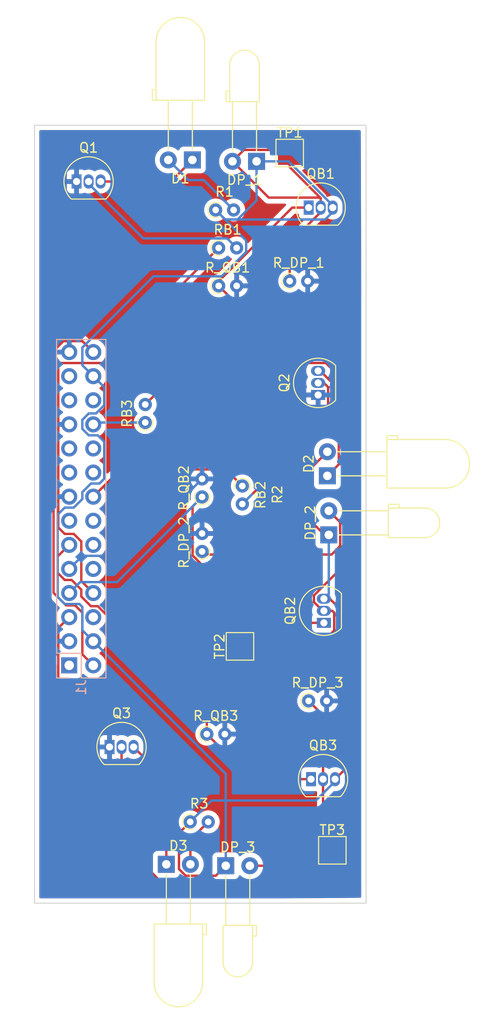
<source format=kicad_pcb>
(kicad_pcb (version 20211014) (generator pcbnew)
  (title_block (title "EEE3088F Micromouse Project") (date "21/03/2024") (rev "v01") (comment 2 "Group: 45") (comment 3 "Author: Thabo Pokothoane"))
  (layers (0 "F.Cu" signal) (31 "B.Cu" signal) (34 "B.Paste" user) (35 "F.Paste" user) (36 "B.SilkS" user "B.Silkscreen") (37 "F.SilkS" user "F.Silkscreen") (38 "B.Mask" user) (39 "F.Mask" user) (44 "Edge.Cuts" user))
  (net 0 "")
  (net 1 "/RESV3")
  (net 2 "+3V3")
  (net 3 "GND")
  (net 4 "/PA3")
  (net 5 "/RESV2")
  (net 6 "/PA4")
  (net 7 "/PE15")
  (net 8 "/PE14")
  (net 9 "/PA5")
  (net 10 "/PE13")
  (net 11 "/PA6")
  (net 12 "/PE12")
  (net 13 "/PE11")
  (net 14 "/PA7")
  (net 15 "/PE10")
  (net 16 "/PC4")
  (net 17 "/PE9")
  (net 18 "/PE8")
  (net 19 "/PC5")
  (net 20 "/RESV1")
  (net 21 "/AB0")
  (net 22 "/BATT")
  (net 23 "Net-(Q1-Pad2)")
  (net 24 "Net-(D2-Pad1)")
  (net 25 "Net-(D1-Pad1)")
  (net 26 "Net-(D1-Pad2)")
  (net 27 "Net-(D3-Pad1)")
  (net 28 "Net-(D3-Pad2)")
  (net 29 "Net-(Q3-Pad2)")
  (net 30 "/VO1")
  (net 31 "/VO2")
  (net 32 "/VO3")
  (net 33 "Net-(D2-Pad2)")
  (net 34 "Net-(Q2-Pad2)")
  (footprint "Resistor_SMD:R_0201_0603Metric" (layer "F.Cu") (at 72.37 113.32 90)
    (fp_text reference "R2" (at 0 -1.05 90) (layer "F.SilkS"))
    (fp_text value "48")
    (pad "1" smd roundrect (at -0.32 0 90) (size 0.46 0.4) (layers "F.Cu" "F.Mask") (net 22 "/BATT"))
    (pad "2" smd roundrect (at 0.32 0 90) (size 0.46 0.4) (layers "F.Cu" "F.Mask") (net 33 "Net-(D2-Pad2)"))
  )
  (footprint "Resistor_THT:R_Axial_DIN0204_L3.6mm_D1.6mm_P1.90mm_Vertical" (layer "F.Cu") (at 67.62 112.415 -90)
    (fp_text reference "RB2" (at 0.95 -1.92 -90) (layer "F.SilkS"))
    (fp_text value "5200")
    (fp_arc (start 0.320095 0.749359) (mid -0.813042 -0.054435) (end 0.417133 -0.7) (layer "F.SilkS") (width 0.12))
    (pad "1" thru_hole circle (at 0 0 270) (size 1.4 1.4) (drill 0.7) (layers *.Cu *.Mask) (net 13 "/PE11"))
    (pad "2" thru_hole oval (at 1.9 0 270) (size 1.4 1.4) (drill 0.7) (layers *.Cu *.Mask) (net 34 "Net-(Q2-Pad2)"))
  )
  (footprint "LED_THT:LED_D5.0mm_Horizontal_O6.35mm_Z3.0mm" (layer "F.Cu") (at 59.595 152.295)
    (fp_text reference "D3" (at 1.27 -1.96) (layer "F.SilkS"))
    (fp_text value "IR LED")
    (fp_line (start 0 1.08) (end 0 6.29) (layer "F.SilkS") (width 0.12))
    (fp_line (start 3.83 6.29) (end 3.83 12.45) (layer "F.SilkS") (width 0.12))
    (fp_line (start 2.54 6.29) (end 2.54 6.29) (layer "F.SilkS") (width 0.12))
    (fp_line (start 3.83 6.29) (end 4.23 6.29) (layer "F.SilkS") (width 0.12))
    (fp_line (start 2.54 1.08) (end 2.54 1.08) (layer "F.SilkS") (width 0.12))
    (fp_line (start 4.23 6.29) (end 4.23 7.41) (layer "F.SilkS") (width 0.12))
    (fp_line (start 4.23 7.41) (end 3.83 7.41) (layer "F.SilkS") (width 0.12))
    (fp_line (start 2.54 1.08) (end 2.54 6.29) (layer "F.SilkS") (width 0.12))
    (fp_line (start -1.29 6.29) (end -1.29 12.45) (layer "F.SilkS") (width 0.12))
    (fp_line (start -1.29 6.29) (end 3.83 6.29) (layer "F.SilkS") (width 0.12))
    (fp_line (start 3.83 7.41) (end 3.83 6.29) (layer "F.SilkS") (width 0.12))
    (fp_line (start 0 6.29) (end 0 1.08) (layer "F.SilkS") (width 0.12))
    (fp_line (start 0 1.08) (end 0 1.08) (layer "F.SilkS") (width 0.12))
    (fp_line (start 0 6.29) (end 0 6.29) (layer "F.SilkS") (width 0.12))
    (fp_line (start 2.54 6.29) (end 2.54 1.08) (layer "F.SilkS") (width 0.12))
    (fp_arc (start 3.83 12.45) (mid 1.27 15.01) (end -1.29 12.45) (layer "F.SilkS") (width 0.12))
    (pad "1" thru_hole rect (at 0 0) (size 1.8 1.8) (drill 0.9) (layers *.Cu *.Mask) (net 27 "Net-(D3-Pad1)"))
    (pad "2" thru_hole circle (at 2.54 0) (size 1.8 1.8) (drill 0.9) (layers *.Cu *.Mask) (net 28 "Net-(D3-Pad2)"))
  )
  (footprint "LED_THT:LED_D3.0mm_Horizontal_O6.35mm_Z2.0mm" (layer "F.Cu") (at 69.12 78.195 180)
    (fp_text reference "DP_1" (at 1.27 -1.96) (layer "F.SilkS"))
    (fp_text value "Photodiode")
    (fp_line (start 2.54 6.29) (end 2.54 1.08) (layer "F.SilkS") (width 0.12))
    (fp_line (start 2.54 1.08) (end 2.54 6.29) (layer "F.SilkS") (width 0.12))
    (fp_line (start 0 1.08) (end 0 1.08) (layer "F.SilkS") (width 0.12))
    (fp_line (start 2.83 7.41) (end 2.83 6.29) (layer "F.SilkS") (width 0.12))
    (fp_line (start 0 6.29) (end 0 6.29) (layer "F.SilkS") (width 0.12))
    (fp_line (start 3.23 6.29) (end 3.23 7.41) (layer "F.SilkS") (width 0.12))
    (fp_line (start 2.54 6.29) (end 2.54 6.29) (layer "F.SilkS") (width 0.12))
    (fp_line (start 2.83 6.29) (end 3.23 6.29) (layer "F.SilkS") (width 0.12))
    (fp_line (start 0 6.29) (end 0 1.08) (layer "F.SilkS") (width 0.12))
    (fp_line (start 3.23 7.41) (end 2.83 7.41) (layer "F.SilkS") (width 0.12))
    (fp_line (start -0.29 6.29) (end -0.29 10.15) (layer "F.SilkS") (width 0.12))
    (fp_line (start 0 1.08) (end 0 6.29) (layer "F.SilkS") (width 0.12))
    (fp_line (start -0.29 6.29) (end 2.83 6.29) (layer "F.SilkS") (width 0.12))
    (fp_line (start 2.54 1.08) (end 2.54 1.08) (layer "F.SilkS") (width 0.12))
    (fp_line (start 2.83 6.29) (end 2.83 10.15) (layer "F.SilkS") (width 0.12))
    (fp_arc (start 2.83 10.15) (mid 1.27 11.71) (end -0.29 10.15) (layer "F.SilkS") (width 0.12))
    (pad "1" thru_hole rect (at 0 0 180) (size 1.8 1.8) (drill 0.9) (layers *.Cu *.Mask) (net 22 "/BATT"))
    (pad "2" thru_hole circle (at 2.54 0 180) (size 1.8 1.8) (drill 0.9) (layers *.Cu *.Mask) (net 30 "/VO1"))
  )
  (footprint "LED_THT:LED_D3.0mm_Horizontal_O6.35mm_Z2.0mm" (layer "F.Cu") (at 65.87 152.445)
    (fp_text reference "DP_3" (at 1.27 -1.96) (layer "F.SilkS"))
    (fp_text value "Photodiode")
    (fp_line (start 0 6.29) (end 0 1.08) (layer "F.SilkS") (width 0.12))
    (fp_line (start -0.29 6.29) (end -0.29 10.15) (layer "F.SilkS") (width 0.12))
    (fp_line (start 2.83 6.29) (end 3.23 6.29) (layer "F.SilkS") (width 0.12))
    (fp_line (start 2.54 1.08) (end 2.54 6.29) (layer "F.SilkS") (width 0.12))
    (fp_line (start 2.83 7.41) (end 2.83 6.29) (layer "F.SilkS") (width 0.12))
    (fp_line (start 3.23 6.29) (end 3.23 7.41) (layer "F.SilkS") (width 0.12))
    (fp_line (start 2.54 1.08) (end 2.54 1.08) (layer "F.SilkS") (width 0.12))
    (fp_line (start 2.54 6.29) (end 2.54 1.08) (layer "F.SilkS") (width 0.12))
    (fp_line (start 2.83 6.29) (end 2.83 10.15) (layer "F.SilkS") (width 0.12))
    (fp_line (start 0 1.08) (end 0 6.29) (layer "F.SilkS") (width 0.12))
    (fp_line (start 0 1.08) (end 0 1.08) (layer "F.SilkS") (width 0.12))
    (fp_line (start -0.29 6.29) (end 2.83 6.29) (layer "F.SilkS") (width 0.12))
    (fp_line (start 3.23 7.41) (end 2.83 7.41) (layer "F.SilkS") (width 0.12))
    (fp_line (start 0 6.29) (end 0 6.29) (layer "F.SilkS") (width 0.12))
    (fp_line (start 2.54 6.29) (end 2.54 6.29) (layer "F.SilkS") (width 0.12))
    (fp_arc (start 2.83 10.15) (mid 1.27 11.71) (end -0.29 10.15) (layer "F.SilkS") (width 0.12))
    (pad "1" thru_hole rect (at 0 0) (size 1.8 1.8) (drill 0.9) (layers *.Cu *.Mask) (net 22 "/BATT"))
    (pad "2" thru_hole circle (at 2.54 0) (size 1.8 1.8) (drill 0.9) (layers *.Cu *.Mask) (net 32 "/VO3"))
  )
  (footprint "Package_TO_SOT_THT:TO-92_Inline" (layer "F.Cu") (at 74.62 83.07)
    (fp_text reference "QB1" (at 1.27 -3.56) (layer "F.SilkS"))
    (fp_text value "2N3904")
    (fp_line (start -0.53 1.85) (end 3.07 1.85) (layer "F.SilkS") (width 0.12))
    (fp_arc (start 1.27 -2.6) (mid 3.672087 -0.994977) (end 3.108478 1.838478) (layer "F.SilkS") (width 0.12))
    (fp_arc (start -0.568478 1.838478) (mid -1.132087 -0.994977) (end 1.27 -2.6) (layer "F.SilkS") (width 0.12))
    (pad "1" thru_hole rect (at 0 0) (size 1.05 1.5) (drill 0.75) (layers *.Cu *.Mask) (net 4 "/PA3"))
    (pad "2" thru_hole oval (at 1.27 0) (size 1.05 1.5) (drill 0.75) (layers *.Cu *.Mask) (net 30 "/VO1"))
    (pad "3" thru_hole oval (at 2.54 0) (size 1.05 1.5) (drill 0.75) (layers *.Cu *.Mask) (net 22 "/BATT"))
  )
  (footprint "Resistor_THT:R_Axial_DIN0204_L3.6mm_D1.6mm_P1.90mm_Vertical" (layer "F.Cu") (at 63.37 113.57 90)
    (fp_text reference "R_QB2" (at 0.95 -1.92 90) (layer "F.SilkS"))
    (fp_text value "10k")
    (fp_arc (start 0.320095 0.749359) (mid -0.813042 -0.054435) (end 0.417133 -0.7) (layer "F.SilkS") (width 0.12))
    (pad "1" thru_hole circle (at 0 0 90) (size 1.4 1.4) (drill 0.7) (layers *.Cu *.Mask) (net 6 "/PA4"))
    (pad "2" thru_hole oval (at 1.9 0 90) (size 1.4 1.4) (drill 0.7) (layers *.Cu *.Mask) (net 3 "GND"))
  )
  (footprint "LED_THT:LED_D3.0mm_Horizontal_O6.35mm_Z2.0mm" (layer "F.Cu") (at 76.745 117.57 90)
    (fp_text reference "DP_2" (at 1.27 -1.96 90) (layer "F.SilkS"))
    (fp_text value "Photodiode")
    (fp_line (start 2.54 6.29) (end 2.54 6.29) (layer "F.SilkS") (width 0.12))
    (fp_line (start 2.54 6.29) (end 2.54 1.08) (layer "F.SilkS") (width 0.12))
    (fp_line (start 0 6.29) (end 0 6.29) (layer "F.SilkS") (width 0.12))
    (fp_line (start 2.83 6.29) (end 3.23 6.29) (layer "F.SilkS") (width 0.12))
    (fp_line (start 3.23 7.41) (end 2.83 7.41) (layer "F.SilkS") (width 0.12))
    (fp_line (start 0 1.08) (end 0 6.29) (layer "F.SilkS") (width 0.12))
    (fp_line (start 2.83 7.41) (end 2.83 6.29) (layer "F.SilkS") (width 0.12))
    (fp_line (start 2.54 1.08) (end 2.54 1.08) (layer "F.SilkS") (width 0.12))
    (fp_line (start 3.23 6.29) (end 3.23 7.41) (layer "F.SilkS") (width 0.12))
    (fp_line (start -0.29 6.29) (end -0.29 10.15) (layer "F.SilkS") (width 0.12))
    (fp_line (start -0.29 6.29) (end 2.83 6.29) (layer "F.SilkS") (width 0.12))
    (fp_line (start 0 1.08) (end 0 1.08) (layer "F.SilkS") (width 0.12))
    (fp_line (start 2.83 6.29) (end 2.83 10.15) (layer "F.SilkS") (width 0.12))
    (fp_line (start 2.54 1.08) (end 2.54 6.29) (layer "F.SilkS") (width 0.12))
    (fp_line (start 0 6.29) (end 0 1.08) (layer "F.SilkS") (width 0.12))
    (fp_arc (start 2.83 10.15) (mid 1.27 11.71) (end -0.29 10.15) (layer "F.SilkS") (width 0.12))
    (pad "1" thru_hole rect (at 0 0 90) (size 1.8 1.8) (drill 0.9) (layers *.Cu *.Mask) (net 22 "/BATT"))
    (pad "2" thru_hole circle (at 2.54 0 90) (size 1.8 1.8) (drill 0.9) (layers *.Cu *.Mask) (net 31 "/VO2"))
  )
  (footprint "Resistor_THT:R_Axial_DIN0204_L3.6mm_D1.6mm_P1.90mm_Vertical" (layer "F.Cu") (at 65.12 87.32)
    (fp_text reference "RB1" (at 0.95 -1.92) (layer "F.SilkS"))
    (fp_text value "5200")
    (fp_arc (start 0.320095 0.749359) (mid -0.813042 -0.054435) (end 0.417133 -0.7) (layer "F.SilkS") (width 0.12))
    (pad "1" thru_hole circle (at 0 0) (size 1.4 1.4) (drill 0.7) (layers *.Cu *.Mask) (net 7 "/PE15"))
    (pad "2" thru_hole oval (at 1.9 0) (size 1.4 1.4) (drill 0.7) (layers *.Cu *.Mask) (net 23 "Net-(Q1-Pad2)"))
  )
  (footprint "TestPoint:TestPoint_Pad_2.5x2.5mm" (layer "F.Cu") (at 77.12 150.82)
    (fp_text reference "TP3" (at 0 -2.148) (layer "F.SilkS"))
    (fp_text value "Test3")
    (fp_line (start 1.45 1.45) (end -1.45 1.45) (layer "F.SilkS") (width 0.12))
    (fp_line (start 1.45 -1.45) (end 1.45 1.45) (layer "F.SilkS") (width 0.12))
    (fp_line (start -1.45 -1.45) (end 1.45 -1.45) (layer "F.SilkS") (width 0.12))
    (fp_line (start -1.45 1.45) (end -1.45 -1.45) (layer "F.SilkS") (width 0.12))
    (pad "1" smd rect (at 0 0) (size 2.5 2.5) (layers "F.Cu" "F.Mask") (net 32 "/VO3"))
  )
  (footprint "Package_TO_SOT_THT:TO-92_Inline" (layer "F.Cu") (at 74.87 143.32)
    (fp_text reference "QB3" (at 1.27 -3.56) (layer "F.SilkS"))
    (fp_text value "2N3904")
    (fp_line (start -0.53 1.85) (end 3.07 1.85) (layer "F.SilkS") (width 0.12))
    (fp_arc (start -0.568478 1.838478) (mid -1.132087 -0.994977) (end 1.27 -2.6) (layer "F.SilkS") (width 0.12))
    (fp_arc (start 1.27 -2.6) (mid 3.672087 -0.994977) (end 3.108478 1.838478) (layer "F.SilkS") (width 0.12))
    (pad "1" thru_hole rect (at 0 0) (size 1.05 1.5) (drill 0.75) (layers *.Cu *.Mask) (net 9 "/PA5"))
    (pad "2" thru_hole oval (at 1.27 0) (size 1.05 1.5) (drill 0.75) (layers *.Cu *.Mask) (net 32 "/VO3"))
    (pad "3" thru_hole oval (at 2.54 0) (size 1.05 1.5) (drill 0.75) (layers *.Cu *.Mask) (net 22 "/BATT"))
  )
  (footprint "Package_TO_SOT_THT:TO-92_Inline" (layer "F.Cu") (at 76.23 126.84 90)
    (fp_text reference "QB2" (at 1.27 -3.56 90) (layer "F.SilkS"))
    (fp_text value "2N3904")
    (fp_line (start -0.53 1.85) (end 3.07 1.85) (layer "F.SilkS") (width 0.12))
    (fp_arc (start -0.568478 1.838478) (mid -1.132087 -0.994977) (end 1.27 -2.6) (layer "F.SilkS") (width 0.12))
    (fp_arc (start 1.27 -2.6) (mid 3.672087 -0.994977) (end 3.108478 1.838478) (layer "F.SilkS") (width 0.12))
    (pad "1" thru_hole rect (at 0 0 90) (size 1.05 1.5) (drill 0.75) (layers *.Cu *.Mask) (net 6 "/PA4"))
    (pad "2" thru_hole oval (at 1.27 0 90) (size 1.05 1.5) (drill 0.75) (layers *.Cu *.Mask) (net 31 "/VO2"))
    (pad "3" thru_hole oval (at 2.54 0 90) (size 1.05 1.5) (drill 0.75) (layers *.Cu *.Mask) (net 22 "/BATT"))
  )
  (footprint "Resistor_THT:R_Axial_DIN0204_L3.6mm_D1.6mm_P1.90mm_Vertical" (layer "F.Cu") (at 65.12 91.32)
    (fp_text reference "R_QB1" (at 0.95 -1.92) (layer "F.SilkS"))
    (fp_text value "10k")
    (fp_arc (start 0.320095 0.749359) (mid -0.813042 -0.054435) (end 0.417133 -0.7) (layer "F.SilkS") (width 0.12))
    (pad "1" thru_hole circle (at 0 0) (size 1.4 1.4) (drill 0.7) (layers *.Cu *.Mask) (net 4 "/PA3"))
    (pad "2" thru_hole oval (at 1.9 0) (size 1.4 1.4) (drill 0.7) (layers *.Cu *.Mask) (net 3 "GND"))
  )
  (footprint "Resistor_THT:R_Axial_DIN0204_L3.6mm_D1.6mm_P1.90mm_Vertical" (layer "F.Cu") (at 57.37 105.725 90)
    (fp_text reference "RB3" (at 0.95 -1.92 90) (layer "F.SilkS"))
    (fp_text value "5200")
    (fp_arc (start 0.320095 0.749359) (mid -0.813042 -0.054435) (end 0.417133 -0.7) (layer "F.SilkS") (width 0.12))
    (pad "1" thru_hole circle (at 0 0 90) (size 1.4 1.4) (drill 0.7) (layers *.Cu *.Mask) (net 18 "/PE8"))
    (pad "2" thru_hole oval (at 1.9 0 90) (size 1.4 1.4) (drill 0.7) (layers *.Cu *.Mask) (net 29 "Net-(Q3-Pad2)"))
  )
  (footprint "Package_TO_SOT_THT:TO-92_Inline" (layer "F.Cu") (at 53.6 139.93)
    (fp_text reference "Q3" (at 1.27 -3.56) (layer "F.SilkS"))
    (fp_text value "2N3904")
    (fp_line (start -0.53 1.85) (end 3.07 1.85) (layer "F.SilkS") (width 0.12))
    (fp_arc (start -0.568478 1.838478) (mid -1.132087 -0.994977) (end 1.27 -2.6) (layer "F.SilkS") (width 0.12))
    (fp_arc (start 1.27 -2.6) (mid 3.672087 -0.994977) (end 3.108478 1.838478) (layer "F.SilkS") (width 0.12))
    (pad "1" thru_hole rect (at 0 0) (size 1.05 1.5) (drill 0.75) (layers *.Cu *.Mask) (net 3 "GND"))
    (pad "2" thru_hole oval (at 1.27 0) (size 1.05 1.5) (drill 0.75) (layers *.Cu *.Mask) (net 29 "Net-(Q3-Pad2)"))
    (pad "3" thru_hole oval (at 2.54 0) (size 1.05 1.5) (drill 0.75) (layers *.Cu *.Mask) (net 27 "Net-(D3-Pad1)"))
  )
  (footprint "Resistor_THT:R_Axial_DIN0204_L3.6mm_D1.6mm_P1.90mm_Vertical" (layer "F.Cu") (at 62.12 147.82)
    (fp_text reference "R3" (at 0.95 -1.92) (layer "F.SilkS"))
    (fp_text value "48")
    (fp_arc (start 0.320095 0.749359) (mid -0.813042 -0.054435) (end 0.417133 -0.7) (layer "F.SilkS") (width 0.12))
    (pad "1" thru_hole circle (at 0 0) (size 1.4 1.4) (drill 0.7) (layers *.Cu *.Mask) (net 22 "/BATT"))
    (pad "2" thru_hole oval (at 1.9 0) (size 1.4 1.4) (drill 0.7) (layers *.Cu *.Mask) (net 28 "Net-(D3-Pad2)"))
  )
  (footprint "Resistor_THT:R_Axial_DIN0204_L3.6mm_D1.6mm_P1.90mm_Vertical" (layer "F.Cu") (at 63.87 138.57)
    (fp_text reference "R_QB3" (at 0.95 -1.92) (layer "F.SilkS"))
    (fp_text value "10k")
    (fp_arc (start 0.320095 0.749359) (mid -0.813042 -0.054435) (end 0.417133 -0.7) (layer "F.SilkS") (width 0.12))
    (pad "1" thru_hole circle (at 0 0) (size 1.4 1.4) (drill 0.7) (layers *.Cu *.Mask) (net 9 "/PA5"))
    (pad "2" thru_hole oval (at 1.9 0) (size 1.4 1.4) (drill 0.7) (layers *.Cu *.Mask) (net 3 "GND"))
  )
  (footprint "Resistor_THT:R_Axial_DIN0204_L3.6mm_D1.6mm_P1.90mm_Vertical" (layer "F.Cu") (at 63.37 119.32 90)
    (fp_text reference "R_DP_2" (at 0.95 -1.92 90) (layer "F.SilkS"))
    (fp_text value "1.3M")
    (fp_arc (start 0.320095 0.749359) (mid -0.813042 -0.054435) (end 0.417133 -0.7) (layer "F.SilkS") (width 0.12))
    (pad "1" thru_hole circle (at 0 0 90) (size 1.4 1.4) (drill 0.7) (layers *.Cu *.Mask) (net 31 "/VO2"))
    (pad "2" thru_hole oval (at 1.9 0 90) (size 1.4 1.4) (drill 0.7) (layers *.Cu *.Mask) (net 3 "GND"))
  )
  (footprint "Resistor_THT:R_Axial_DIN0204_L3.6mm_D1.6mm_P1.90mm_Vertical" (layer "F.Cu") (at 64.8 83.32)
    (fp_text reference "R1" (at 0.95 -1.92) (layer "F.SilkS"))
    (fp_text value "48")
    (fp_arc (start 0.320095 0.749359) (mid -0.813042 -0.054435) (end 0.417133 -0.7) (layer "F.SilkS") (width 0.12))
    (pad "1" thru_hole circle (at 0 0) (size 1.4 1.4) (drill 0.7) (layers *.Cu *.Mask) (net 22 "/BATT"))
    (pad "2" thru_hole oval (at 1.9 0) (size 1.4 1.4) (drill 0.7) (layers *.Cu *.Mask) (net 26 "Net-(D1-Pad2)"))
  )
  (footprint "Package_TO_SOT_THT:TO-92_Inline" (layer "F.Cu") (at 50.12 80.32)
    (fp_text reference "Q1" (at 1.27 -3.56) (layer "F.SilkS"))
    (fp_text value "2N3904")
    (fp_line (start -0.53 1.85) (end 3.07 1.85) (layer "F.SilkS") (width 0.12))
    (fp_arc (start -0.568478 1.838478) (mid -1.132087 -0.994977) (end 1.27 -2.6) (layer "F.SilkS") (width 0.12))
    (fp_arc (start 1.27 -2.6) (mid 3.672087 -0.994977) (end 3.108478 1.838478) (layer "F.SilkS") (width 0.12))
    (pad "1" thru_hole rect (at 0 0) (size 1.05 1.5) (drill 0.75) (layers *.Cu *.Mask) (net 3 "GND"))
    (pad "2" thru_hole oval (at 1.27 0) (size 1.05 1.5) (drill 0.75) (layers *.Cu *.Mask) (net 23 "Net-(Q1-Pad2)"))
    (pad "3" thru_hole oval (at 2.54 0) (size 1.05 1.5) (drill 0.75) (layers *.Cu *.Mask) (net 25 "Net-(D1-Pad1)"))
  )
  (footprint "Package_TO_SOT_THT:TO-92_Inline" (layer "F.Cu") (at 75.62 102.82 90)
    (fp_text reference "Q2" (at 1.27 -3.56 90) (layer "F.SilkS"))
    (fp_text value "2N3904")
    (fp_line (start -0.53 1.85) (end 3.07 1.85) (layer "F.SilkS") (width 0.12))
    (fp_arc (start 1.27 -2.6) (mid 3.672087 -0.994977) (end 3.108478 1.838478) (layer "F.SilkS") (width 0.12))
    (fp_arc (start -0.568478 1.838478) (mid -1.132087 -0.994977) (end 1.27 -2.6) (layer "F.SilkS") (width 0.12))
    (pad "1" thru_hole rect (at 0 0 90) (size 1.05 1.5) (drill 0.75) (layers *.Cu *.Mask) (net 3 "GND"))
    (pad "2" thru_hole oval (at 1.27 0 90) (size 1.05 1.5) (drill 0.75) (layers *.Cu *.Mask) (net 34 "Net-(Q2-Pad2)"))
    (pad "3" thru_hole oval (at 2.54 0 90) (size 1.05 1.5) (drill 0.75) (layers *.Cu *.Mask) (net 24 "Net-(D2-Pad1)"))
  )
  (footprint "Resistor_THT:R_Axial_DIN0204_L3.6mm_D1.6mm_P1.90mm_Vertical" (layer "F.Cu") (at 72.62 90.82)
    (fp_text reference "R_DP_1" (at 0.95 -1.92) (layer "F.SilkS"))
    (fp_text value "1.3M")
    (fp_arc (start 0.320095 0.749359) (mid -0.813042 -0.054435) (end 0.417133 -0.7) (layer "F.SilkS") (width 0.12))
    (pad "1" thru_hole circle (at 0 0) (size 1.4 1.4) (drill 0.7) (layers *.Cu *.Mask) (net 30 "/VO1"))
    (pad "2" thru_hole oval (at 1.9 0) (size 1.4 1.4) (drill 0.7) (layers *.Cu *.Mask) (net 3 "GND"))
  )
  (footprint "LED_THT:LED_D5.0mm_Horizontal_O6.35mm_Z3.0mm" (layer "F.Cu") (at 76.595 111.345 90)
    (fp_text reference "D2" (at 1.27 -1.96 90) (layer "F.SilkS"))
    (fp_text value "IR LED")
    (fp_line (start 4.23 6.29) (end 4.23 7.41) (layer "F.SilkS") (width 0.12))
    (fp_line (start -1.29 6.29) (end -1.29 12.45) (layer "F.SilkS") (width 0.12))
    (fp_line (start 2.54 1.08) (end 2.54 1.08) (layer "F.SilkS") (width 0.12))
    (fp_line (start 2.54 1.08) (end 2.54 6.29) (layer "F.SilkS") (width 0.12))
    (fp_line (start 3.83 6.29) (end 3.83 12.45) (layer "F.SilkS") (width 0.12))
    (fp_line (start 3.83 7.41) (end 3.83 6.29) (layer "F.SilkS") (width 0.12))
    (fp_line (start -1.29 6.29) (end 3.83 6.29) (layer "F.SilkS") (width 0.12))
    (fp_line (start 2.54 6.29) (end 2.54 6.29) (layer "F.SilkS") (width 0.12))
    (fp_line (start 0 1.08) (end 0 6.29) (layer "F.SilkS") (width 0.12))
    (fp_line (start 0 1.08) (end 0 1.08) (layer "F.SilkS") (width 0.12))
    (fp_line (start 3.83 6.29) (end 4.23 6.29) (layer "F.SilkS") (width 0.12))
    (fp_line (start 0 6.29) (end 0 6.29) (layer "F.SilkS") (width 0.12))
    (fp_line (start 0 6.29) (end 0 1.08) (layer "F.SilkS") (width 0.12))
    (fp_line (start 2.54 6.29) (end 2.54 1.08) (layer "F.SilkS") (width 0.12))
    (fp_line (start 4.23 7.41) (end 3.83 7.41) (layer "F.SilkS") (width 0.12))
    (fp_arc (start 3.83 12.45) (mid 1.27 15.01) (end -1.29 12.45) (layer "F.SilkS") (width 0.12))
    (pad "1" thru_hole rect (at 0 0 90) (size 1.8 1.8) (drill 0.9) (layers *.Cu *.Mask) (net 24 "Net-(D2-Pad1)"))
    (pad "2" thru_hole circle (at 2.54 0 90) (size 1.8 1.8) (drill 0.9) (layers *.Cu *.Mask) (net 33 "Net-(D2-Pad2)"))
  )
  (footprint "Resistor_THT:R_Axial_DIN0204_L3.6mm_D1.6mm_P1.90mm_Vertical" (layer "F.Cu") (at 74.62 135.07)
    (fp_text reference "R_DP_3" (at 0.95 -1.92) (layer "F.SilkS"))
    (fp_text value "1.3M")
    (fp_arc (start 0.320095 0.749359) (mid -0.813042 -0.054435) (end 0.417133 -0.7) (layer "F.SilkS") (width 0.12))
    (pad "1" thru_hole circle (at 0 0) (size 1.4 1.4) (drill 0.7) (layers *.Cu *.Mask) (net 32 "/VO3"))
    (pad "2" thru_hole oval (at 1.9 0) (size 1.4 1.4) (drill 0.7) (layers *.Cu *.Mask) (net 3 "GND"))
  )
  (footprint "TestPoint:TestPoint_Pad_2.5x2.5mm" (layer "F.Cu") (at 67.37 129.32 90)
    (fp_text reference "TP2" (at 0 -2.148 90) (layer "F.SilkS"))
    (fp_text value "TestPoint")
    (fp_line (start 1.45 -1.45) (end 1.45 1.45) (layer "F.SilkS") (width 0.12))
    (fp_line (start -1.45 -1.45) (end 1.45 -1.45) (layer "F.SilkS") (width 0.12))
    (fp_line (start 1.45 1.45) (end -1.45 1.45) (layer "F.SilkS") (width 0.12))
    (fp_line (start -1.45 1.45) (end -1.45 -1.45) (layer "F.SilkS") (width 0.12))
    (pad "1" smd rect (at 0 0 90) (size 2.5 2.5) (layers "F.Cu" "F.Mask") (net 31 "/VO2"))
  )
  (footprint "LED_THT:LED_D5.0mm_Horizontal_O6.35mm_Z3.0mm" (layer "F.Cu") (at 62.345 78.045 180)
    (fp_text reference "D1" (at 1.27 -1.96) (layer "F.SilkS"))
    (fp_text value "IR LED")
    (fp_line (start -1.29 6.29) (end -1.29 12.45) (layer "F.SilkS") (width 0.12))
    (fp_line (start 0 6.29) (end 0 1.08) (layer "F.SilkS") (width 0.12))
    (fp_line (start 2.54 1.08) (end 2.54 6.29) (layer "F.SilkS") (width 0.12))
    (fp_line (start 2.54 6.29) (end 2.54 1.08) (layer "F.SilkS") (width 0.12))
    (fp_line (start 0 1.08) (end 0 1.08) (layer "F.SilkS") (width 0.12))
    (fp_line (start 3.83 6.29) (end 4.23 6.29) (layer "F.SilkS") (width 0.12))
    (fp_line (start 4.23 7.41) (end 3.83 7.41) (layer "F.SilkS") (width 0.12))
    (fp_line (start 2.54 1.08) (end 2.54 1.08) (layer "F.SilkS") (width 0.12))
    (fp_line (start 3.83 6.29) (end 3.83 12.45) (layer "F.SilkS") (width 0.12))
    (fp_line (start 0 1.08) (end 0 6.29) (layer "F.SilkS") (width 0.12))
    (fp_line (start 3.83 7.41) (end 3.83 6.29) (layer "F.SilkS") (width 0.12))
    (fp_line (start 4.23 6.29) (end 4.23 7.41) (layer "F.SilkS") (width 0.12))
    (fp_line (start 2.54 6.29) (end 2.54 6.29) (layer "F.SilkS") (width 0.12))
    (fp_line (start -1.29 6.29) (end 3.83 6.29) (layer "F.SilkS") (width 0.12))
    (fp_line (start 0 6.29) (end 0 6.29) (layer "F.SilkS") (width 0.12))
    (fp_arc (start 3.83 12.45) (mid 1.27 15.01) (end -1.29 12.45) (layer "F.SilkS") (width 0.12))
    (pad "1" thru_hole rect (at 0 0 180) (size 1.8 1.8) (drill 0.9) (layers *.Cu *.Mask) (net 25 "Net-(D1-Pad1)"))
    (pad "2" thru_hole circle (at 2.54 0 180) (size 1.8 1.8) (drill 0.9) (layers *.Cu *.Mask) (net 26 "Net-(D1-Pad2)"))
  )
  (footprint "TestPoint:TestPoint_Pad_2.5x2.5mm" (layer "F.Cu") (at 72.62 77.32)
    (fp_text reference "TP1" (at 0 -2.148) (layer "F.SilkS"))
    (fp_text value "TestPoint")
    (fp_line (start 1.45 -1.45) (end 1.45 1.45) (layer "F.SilkS") (width 0.12))
    (fp_line (start 1.45 1.45) (end -1.45 1.45) (layer "F.SilkS") (width 0.12))
    (fp_line (start -1.45 -1.45) (end 1.45 -1.45) (layer "F.SilkS") (width 0.12))
    (fp_line (start -1.45 1.45) (end -1.45 -1.45) (layer "F.SilkS") (width 0.12))
    (pad "1" smd rect (at 0 0) (size 2.5 2.5) (layers "F.Cu" "F.Mask") (net 30 "/VO1"))
  )
  (footprint "Connector_PinHeader_2.54mm:PinHeader_2x14_P2.54mm_Vertical" (layer "B.Cu") (at 49.345 131.32)
    (fp_text reference "J1" (at 1.27 2.33 90) (layer "B.SilkS") (effects (justify mirror)))
    (fp_text value "Conn_02x14_Odd_Even")
    (fp_line (start -1.33 -34.35) (end 3.87 -34.35) (layer "B.SilkS") (width 0.12))
    (fp_line (start -1.33 -1.27) (end 1.27 -1.27) (layer "B.SilkS") (width 0.12))
    (fp_line (start 3.87 1.33) (end 3.87 -34.35) (layer "B.SilkS") (width 0.12))
    (fp_line (start 1.27 1.33) (end 3.87 1.33) (layer "B.SilkS") (width 0.12))
    (fp_line (start -1.33 1.33) (end 0 1.33) (layer "B.SilkS") (width 0.12))
    (fp_line (start -1.33 0) (end -1.33 1.33) (layer "B.SilkS") (width 0.12))
    (fp_line (start -1.33 -1.27) (end -1.33 -34.35) (layer "B.SilkS") (width 0.12))
    (fp_line (start 1.27 -1.27) (end 1.27 1.33) (layer "B.SilkS") (width 0.12))
    (pad "1" thru_hole rect (at 0 0) (size 1.7 1.7) (drill 1) (layers *.Cu *.Mask) (net 1 "/RESV3"))
    (pad "2" thru_hole oval (at 2.54 0) (size 1.7 1.7) (drill 1) (layers *.Cu *.Mask) (net 2 "+3V3"))
    (pad "3" thru_hole oval (at 0 -2.54) (size 1.7 1.7) (drill 1) (layers *.Cu *.Mask) (net 3 "GND"))
    (pad "4" thru_hole oval (at 2.54 -2.54) (size 1.7 1.7) (drill 1) (layers *.Cu *.Mask) (net 22 "/BATT"))
    (pad "5" thru_hole oval (at 0 -5.08) (size 1.7 1.7) (drill 1) (layers *.Cu *.Mask) (net 4 "/PA3"))
    (pad "6" thru_hole oval (at 2.54 -5.08) (size 1.7 1.7) (drill 1) (layers *.Cu *.Mask) (net 5 "/RESV2"))
    (pad "7" thru_hole oval (at 0 -7.62) (size 1.7 1.7) (drill 1) (layers *.Cu *.Mask) (net 6 "/PA4"))
    (pad "8" thru_hole oval (at 2.54 -7.62) (size 1.7 1.7) (drill 1) (layers *.Cu *.Mask) (net 7 "/PE15"))
    (pad "9" thru_hole oval (at 0 -10.16) (size 1.7 1.7) (drill 1) (layers *.Cu *.Mask) (net 3 "GND"))
    (pad "10" thru_hole oval (at 2.54 -10.16) (size 1.7 1.7) (drill 1) (layers *.Cu *.Mask) (net 8 "/PE14"))
    (pad "11" thru_hole oval (at 0 -12.7) (size 1.7 1.7) (drill 1) (layers *.Cu *.Mask) (net 9 "/PA5"))
    (pad "12" thru_hole oval (at 2.54 -12.7) (size 1.7 1.7) (drill 1) (layers *.Cu *.Mask) (net 10 "/PE13"))
    (pad "13" thru_hole oval (at 0 -15.24) (size 1.7 1.7) (drill 1) (layers *.Cu *.Mask) (net 11 "/PA6"))
    (pad "14" thru_hole oval (at 2.54 -15.24) (size 1.7 1.7) (drill 1) (layers *.Cu *.Mask) (net 12 "/PE12"))
    (pad "15" thru_hole oval (at 0 -17.78) (size 1.7 1.7) (drill 1) (layers *.Cu *.Mask) (net 3 "GND"))
    (pad "16" thru_hole oval (at 2.54 -17.78) (size 1.7 1.7) (drill 1) (layers *.Cu *.Mask) (net 13 "/PE11"))
    (pad "17" thru_hole oval (at 0 -20.32) (size 1.7 1.7) (drill 1) (layers *.Cu *.Mask) (net 14 "/PA7"))
    (pad "18" thru_hole oval (at 2.54 -20.32) (size 1.7 1.7) (drill 1) (layers *.Cu *.Mask) (net 15 "/PE10"))
    (pad "19" thru_hole oval (at 0 -22.86) (size 1.7 1.7) (drill 1) (layers *.Cu *.Mask) (net 16 "/PC4"))
    (pad "20" thru_hole oval (at 2.54 -22.86) (size 1.7 1.7) (drill 1) (layers *.Cu *.Mask) (net 17 "/PE9"))
    (pad "21" thru_hole oval (at 0 -25.4) (size 1.7 1.7) (drill 1) (layers *.Cu *.Mask) (net 3 "GND"))
    (pad "22" thru_hole oval (at 2.54 -25.4) (size 1.7 1.7) (drill 1) (layers *.Cu *.Mask) (net 18 "/PE8"))
    (pad "23" thru_hole oval (at 0 -27.94) (size 1.7 1.7) (drill 1) (layers *.Cu *.Mask) (net 19 "/PC5"))
    (pad "24" thru_hole oval (at 2.54 -27.94) (size 1.7 1.7) (drill 1) (layers *.Cu *.Mask) (net 20 "/RESV1"))
    (pad "25" thru_hole oval (at 0 -30.48) (size 1.7 1.7) (drill 1) (layers *.Cu *.Mask) (net 21 "/AB0"))
    (pad "26" thru_hole oval (at 2.54 -30.48) (size 1.7 1.7) (drill 1) (layers *.Cu *.Mask) (net 22 "/BATT"))
    (pad "27" thru_hole oval (at 0 -33.02) (size 1.7 1.7) (drill 1) (layers *.Cu *.Mask) (net 3 "GND"))
    (pad "28" thru_hole oval (at 2.54 -33.02) (size 1.7 1.7) (drill 1) (layers *.Cu *.Mask) (net 2 "+3V3"))
  )
  (gr_line (start 80.68 74.39) (end 80.68 156.39) (layer "Edge.Cuts") (width 0.1))
  (gr_line (start 80.68 156.39) (end 80.68 156.39) (layer "Edge.Cuts") (width 0.1))
  (gr_line (start 45.68 156.39) (end 80.68 156.39) (layer "Edge.Cuts") (width 0.1))
  (gr_line (start 45.68 74.39) (end 80.68 74.39) (layer "Edge.Cuts") (width 0.1))
  (gr_line (start 45.68 156.39) (end 45.68 156.39) (layer "Edge.Cuts") (width 0.1))
  (gr_line (start 45.68 74.39) (end 45.68 156.39) (layer "Edge.Cuts") (width 0.1))
  (segment (start 49.009854 124.99758) (end 49.966284 124.99758) (width 0.25) (layer "F.Cu") (net 2))
  (segment (start 47.69048 123.678206) (end 49.009854 124.99758) (width 0.25) (layer "F.Cu") (net 2))
  (segment (start 50.730489 97.145489) (end 48.729531 97.145489) (width 0.25) (layer "F.Cu") (net 2))
  (segment (start 51.885 98.3) (end 50.730489 97.145489) (width 0.25) (layer "F.Cu") (net 2))
  (segment (start 50.730489 125.761785) (end 50.730489 130.165489) (width 0.25) (layer "F.Cu") (net 2))
  (segment (start 49.966284 124.99758) (end 50.730489 125.761785) (width 0.25) (layer "F.Cu") (net 2))
  (segment (start 48.729531 97.145489) (end 47.69048 98.18454) (width 0.25) (layer "F.Cu") (net 2))
  (segment (start 50.730489 130.165489) (end 51.885 131.32) (width 0.25) (layer "F.Cu") (net 2))
  (segment (start 47.69048 98.18454) (end 47.69048 123.678206) (width 0.25) (layer "F.Cu") (net 2))
  (segment (start 55.265489 119.774511) (end 63.37 111.67) (width 0.25) (layer "B.Cu") (net 3))
  (segment (start 50.730489 119.774511) (end 55.265489 119.774511) (width 0.25) (layer "B.Cu") (net 3))
  (segment (start 75.62 102.82) (end 75.395 102.82) (width 0.25) (layer "B.Cu") (net 3))
  (segment (start 49.345 121.16) (end 50.730489 119.774511) (width 0.25) (layer "B.Cu") (net 3))
  (segment (start 48.190489 127.394511) (end 49.345 126.24) (width 0.25) (layer "F.Cu") (net 4))
  (segment (start 79.35454 92.80454) (end 79.35454 154.192893) (width 0.25) (layer "F.Cu") (net 4))
  (segment (start 57.9945 154.4445) (end 48.190489 144.640489) (width 0.25) (layer "F.Cu") (net 4))
  (segment (start 74.62 83.07) (end 72.887923 83.07) (width 0.25) (layer "F.Cu") (net 4))
  (segment (start 65.12 91.32) (end 66.461597 92.661597) (width 0.25) (layer "F.Cu") (net 4))
  (segment (start 72.887923 83.07) (end 64.8 91.157923) (width 0.25) (layer "F.Cu") (net 4))
  (segment (start 64.8 91.157923) (end 64.8 91.32) (width 0.25) (layer "F.Cu") (net 4))
  (segment (start 48.190489 144.640489) (end 48.190489 127.394511) (width 0.25) (layer "F.Cu") (net 4))
  (segment (start 79.35454 154.192893) (end 79.102933 154.4445) (width 0.25) (layer "F.Cu") (net 4))
  (segment (start 66.461597 92.661597) (end 79.211597 92.661597) (width 0.25) (layer "F.Cu") (net 4))
  (segment (start 79.102933 154.4445) (end 57.9945 154.4445) (width 0.25) (layer "F.Cu") (net 4))
  (segment (start 79.211597 92.661597) (end 79.35454 92.80454) (width 0.25) (layer "F.Cu") (net 4))
  (segment (start 63.37 113.57) (end 62.365489 114.574511) (width 0.25) (layer "F.Cu") (net 6))
  (segment (start 62.365489 119.736083) (end 69.469406 126.84) (width 0.25) (layer "F.Cu") (net 6))
  (segment (start 62.365489 114.574511) (end 62.365489 119.736083) (width 0.25) (layer "F.Cu") (net 6))
  (segment (start 69.469406 126.84) (end 76.23 126.84) (width 0.25) (layer "F.Cu") (net 6))
  (segment (start 50.499511 122.545489) (end 54.394511 122.545489) (width 0.25) (layer "B.Cu") (net 6))
  (segment (start 49.345 123.7) (end 50.499511 122.545489) (width 0.25) (layer "B.Cu") (net 6))
  (segment (start 54.394511 122.545489) (end 63.37 113.57) (width 0.25) (layer "B.Cu") (net 6))
  (segment (start 48.190489 116.789193) (end 48.866785 117.465489) (width 0.25) (layer "F.Cu") (net 7))
  (segment (start 48.504511 99.454511) (end 48.190489 99.768533) (width 0.25) (layer "F.Cu") (net 7))
  (segment (start 50.62 118.262274) (end 50.62 122.435) (width 0.25) (layer "F.Cu") (net 7))
  (segment (start 48.190489 99.768533) (end 48.190489 116.789193) (width 0.25) (layer "F.Cu") (net 7))
  (segment (start 52.985489 99.454511) (end 48.504511 99.454511) (width 0.25) (layer "F.Cu") (net 7))
  (segment (start 65.44 87.157923) (end 65.44 87.32) (width 0.25) (layer "F.Cu") (net 7))
  (segment (start 48.866785 117.465489) (end 49.823215 117.465489) (width 0.25) (layer "F.Cu") (net 7))
  (segment (start 65.12 87.32) (end 52.985489 99.454511) (width 0.25) (layer "F.Cu") (net 7))
  (segment (start 50.62 122.435) (end 51.885 123.7) (width 0.25) (layer "F.Cu") (net 7))
  (segment (start 49.823215 117.465489) (end 50.62 118.262274) (width 0.25) (layer "F.Cu") (net 7))
  (segment (start 65.097557 86.81548) (end 65.44 87.157923) (width 0.25) (layer "F.Cu") (net 7))
  (segment (start 63.87 138.57) (end 63.87 136.592274) (width 0.25) (layer "F.Cu") (net 9))
  (segment (start 48.872274 122.32) (end 48.12 121.567726) (width 0.25) (layer "F.Cu") (net 9))
  (segment (start 51.637763 125.085489) (end 50.62 124.067726) (width 0.25) (layer "F.Cu") (net 9))
  (segment (start 52.363215 125.085489) (end 51.637763 125.085489) (width 0.25) (layer "F.Cu") (net 9))
  (segment (start 50.62 123.342274) (end 49.597726 122.32) (width 0.25) (layer "F.Cu") (net 9))
  (segment (start 48.12 119.845) (end 49.345 118.62) (width 0.25) (layer "F.Cu") (net 9))
  (segment (start 74.87 143.32) (end 68.62 143.32) (width 0.25) (layer "F.Cu") (net 9))
  (segment (start 63.55 138.57) (end 63.55 138.732077) (width 0.25) (layer "F.Cu") (net 9))
  (segment (start 50.62 124.067726) (end 50.62 123.342274) (width 0.25) (layer "F.Cu") (net 9))
  (segment (start 48.12 121.567726) (end 48.12 119.845) (width 0.25) (layer "F.Cu") (net 9))
  (segment (start 63.87 136.592274) (end 52.363215 125.085489) (width 0.25) (layer "F.Cu") (net 9))
  (segment (start 64.19 138.57) (end 64.19 138.407923) (width 0.25) (layer "F.Cu") (net 9))
  (segment (start 49.597726 122.32) (end 48.872274 122.32) (width 0.25) (layer "F.Cu") (net 9))
  (segment (start 68.62 143.32) (end 63.87 138.57) (width 0.25) (layer "F.Cu") (net 9))
  (segment (start 54.759511 110.665489) (end 51.885 113.54) (width 0.25) (layer "F.Cu") (net 13))
  (segment (start 65.870489 110.665489) (end 54.759511 110.665489) (width 0.25) (layer "F.Cu") (net 13))
  (segment (start 67.62 112.415) (end 65.870489 110.665489) (width 0.25) (layer "F.Cu") (net 13))
  (segment (start 57.37 105.725) (end 52.08 105.725) (width 0.25) (layer "B.Cu") (net 18))
  (segment (start 52.08 105.725) (end 51.885 105.92) (width 0.25) (layer "B.Cu") (net 18))
  (segment (start 78.47452 125.92452) (end 76.85 124.3) (width 0.25) (layer "F.Cu") (net 22))
  (segment (start 76.3 117.57) (end 76.745 117.57) (width 0.25) (layer "F.Cu") (net 22))
  (segment (start 60.930489 152.793926) (end 60.930489 149.009511) (width 0.25) (layer "F.Cu") (net 22))
  (segment (start 64.815489 153.499511) (end 61.636074 153.499511) (width 0.25) (layer "F.Cu") (net 22))
  (segment (start 61.636074 153.499511) (end 60.930489 152.793926) (width 0.25) (layer "F.Cu") (net 22))
  (segment (start 60.930489 149.009511) (end 62.12 147.82) (width 0.25) (layer "F.Cu") (net 22))
  (segment (start 65.87 152.445) (end 64.815489 153.499511) (width 0.25) (layer "F.Cu") (net 22))
  (segment (start 78.47452 142.25548) (end 78.47452 125.92452) (width 0.25) (layer "F.Cu") (net 22))
  (segment (start 77.41 143.32) (end 78.47452 142.25548) (width 0.25) (layer "F.Cu") (net 22))
  (segment (start 72.37 113.64) (end 76.3 117.57) (width 0.25) (layer "F.Cu") (net 22))
  (segment (start 76.745 123.785) (end 76.23 124.3) (width 0.25) (layer "B.Cu") (net 22))
  (segment (start 77.16 82.845) (end 77.16 83.07) (width 0.25) (layer "B.Cu") (net 22))
  (segment (start 65.87 145.57) (end 65.87 142.82) (width 0.25) (layer "B.Cu") (net 22))
  (segment (start 50.730489 106.398215) (end 50.730489 105.441785) (width 0.25) (layer "B.Cu") (net 22))
  (segment (start 77.41 143.32) (end 77.41 143.545) (width 0.25) (layer "B.Cu") (net 22))
  (segment (start 51.885 128.78) (end 53.039511 129.934511) (width 0.25) (layer "B.Cu") (net 22))
  (segment (start 58.236785 90.315489) (end 50.730489 97.821785) (width 0.25) (layer "B.Cu") (net 22))
  (segment (start 50.730489 97.821785) (end 50.730489 99.685489) (width 0.25) (layer "B.Cu") (net 22))
  (segment (start 48.12 124.107726) (end 48.12 115.441296) (width 0.25) (layer "B.Cu") (net 22))
  (segment (start 62.12 147.82) (end 64.37 145.57) (width 0.25) (layer "B.Cu") (net 22))
  (segment (start 65.445105 90.315489) (end 58.236785 90.315489) (width 0.25) (layer "B.Cu") (net 22))
  (segment (start 50.730489 99.685489) (end 51.885 100.84) (width 0.25) (layer "B.Cu") (net 22))
  (segment (start 68.024511 86.544511) (end 68.024511 87.736083) (width 0.25) (layer "B.Cu") (net 22))
  (segment (start 65.87 152.445) (end 65.87 145.57) (width 0.25) (layer "B.Cu") (net 22))
  (segment (start 77.16 83.53) (end 77.16 83.07) (width 0.25) (layer "B.Cu") (net 22))
  (segment (start 51.406785 107.074511) (end 50.730489 106.398215) (width 0.25) (layer "B.Cu") (net 22))
  (segment (start 77.41 143.545) (end 75.385 145.57) (width 0.25) (layer "B.Cu") (net 22))
  (segment (start 67.116083 84.324511) (end 65.804511 84.324511) (width 0.25) (layer "B.Cu") (net 22))
  (segment (start 53.039511 111.650489) (end 53.039511 107.750807) (width 0.25) (layer "B.Cu") (net 22))
  (segment (start 48.866785 114.694511) (end 49.823215 114.694511) (width 0.25) (layer "B.Cu") (net 22))
  (segment (start 49.823215 114.694511) (end 50.730489 113.787237) (width 0.25) (layer "B.Cu") (net 22))
  (segment (start 50.416785 124.854511) (end 48.866785 124.854511) (width 0.25) (layer "B.Cu") (net 22))
  (segment (start 65.87 142.765) (end 51.885 128.78) (width 0.25) (layer "B.Cu") (net 22))
  (segment (start 72.51 78.195) (end 77.16 82.845) (width 0.25) (layer "B.Cu") (net 22))
  (segment (start 69.12 82.320594) (end 67.116083 84.324511) (width 0.25) (layer "B.Cu") (net 22))
  (segment (start 50.730489 113.061785) (end 51.637763 112.154511) (width 0.25) (layer "B.Cu") (net 22))
  (segment (start 51.885 128.78) (end 50.730489 127.625489) (width 0.25) (layer "B.Cu") (net 22))
  (segment (start 76.365489 84.324511) (end 77.16 83.53) (width 0.25) (layer "B.Cu") (net 22))
  (segment (start 52.535489 112.154511) (end 53.039511 111.650489) (width 0.25) (layer "B.Cu") (net 22))
  (segment (start 65.804511 84.324511) (end 64.8 83.32) (width 0.25) (layer "B.Cu") (net 22))
  (segment (start 50.730489 113.787237) (end 50.730489 113.061785) (width 0.25) (layer "B.Cu") (net 22))
  (segment (start 53.039511 101.994511) (end 51.885 100.84) (width 0.25) (layer "B.Cu") (net 22))
  (segment (start 65.804511 84.324511) (end 76.365489 84.324511) (width 0.25) (layer "B.Cu") (net 22))
  (segment (start 53.039511 103.900489) (end 53.039511 101.994511) (width 0.25) (layer "B.Cu") (net 22))
  (segment (start 65.87 142.82) (end 65.87 142.765) (width 0.25) (layer "B.Cu") (net 22))
  (segment (start 52.363215 107.074511) (end 51.406785 107.074511) (width 0.25) (layer "B.Cu") (net 22))
  (segment (start 53.039511 107.750807) (end 52.363215 107.074511) (width 0.25) (layer "B.Cu") (net 22))
  (segment (start 52.174511 104.765489) (end 53.039511 103.900489) (width 0.25) (layer "B.Cu") (net 22))
  (segment (start 69.12 78.195) (end 72.51 78.195) (width 0.25) (layer "B.Cu") (net 22))
  (segment (start 48.866785 124.854511) (end 48.12 124.107726) (width 0.25) (layer "B.Cu") (net 22))
  (segment (start 50.730489 127.625489) (end 50.730489 125.168215) (width 0.25) (layer "B.Cu") (net 22))
  (segment (start 75.385 145.57) (end 65.87 145.57) (width 0.25) (layer "B.Cu") (net 22))
  (segment (start 64.8 83.32) (end 68.024511 86.544511) (width 0.25) (layer "B.Cu") (net 22))
  (segment (start 50.730489 105.441785) (end 51.406785 104.765489) (width 0.25) (layer "B.Cu") (net 22))
  (segment (start 69.12 78.195) (end 69.12 82.320594) (width 0.25) (layer "B.Cu") (net 22))
  (segment (start 76.745 117.57) (end 76.745 123.785) (width 0.25) (layer "B.Cu") (net 22))
  (segment (start 68.024511 87.736083) (end 65.445105 90.315489) (width 0.25) (layer "B.Cu") (net 22))
  (segment (start 51.637763 112.154511) (end 52.535489 112.154511) (width 0.25) (layer "B.Cu") (net 22))
  (segment (start 51.406785 104.765489) (end 52.174511 104.765489) (width 0.25) (layer "B.Cu") (net 22))
  (segment (start 50.730489 125.168215) (end 50.416785 124.854511) (width 0.25) (layer "B.Cu") (net 22))
  (segment (start 48.12 115.441296) (end 48.866785 114.694511) (width 0.25) (layer "B.Cu") (net 22))
  (segment (start 64.37 145.57) (end 65.87 145.57) (width 0.25) (layer "B.Cu") (net 22))
  (segment (start 51.39 80.32) (end 51.39 80.545) (width 0.25) (layer "F.Cu") (net 23))
  (segment (start 67.02 87.32) (end 66.015489 86.315489) (width 0.25) (layer "B.Cu") (net 23))
  (segment (start 57.160489 86.315489) (end 51.39 80.545) (width 0.25) (layer "B.Cu") (net 23))
  (segment (start 66.015489 86.315489) (end 57.160489 86.315489) (width 0.25) (layer "B.Cu") (net 23))
  (segment (start 77.799511 110.140489) (end 77.799511 102.234511) (width 0.25) (layer "F.Cu") (net 24))
  (segment (start 75.845 100.28) (end 75.62 100.28) (width 0.25) (layer "F.Cu") (net 24))
  (segment (start 76.595 111.345) (end 77.799511 110.140489) (width 0.25) (layer "F.Cu") (net 24))
  (segment (start 77.799511 102.234511) (end 75.845 100.28) (width 0.25) (layer "F.Cu") (net 24))
  (segment (start 52.66 80.32) (end 60.07 80.32) (width 0.25) (layer "F.Cu") (net 25))
  (segment (start 60.07 80.32) (end 62.345 78.045) (width 0.25) (layer "F.Cu") (net 25))
  (segment (start 66.7 83.32) (end 63.549511 80.169511) (width 0.25) (layer "B.Cu") (net 26))
  (segment (start 61.929511 80.169511) (end 59.805 78.045) (width 0.25) (layer "B.Cu") (net 26))
  (segment (start 63.549511 80.169511) (end 61.929511 80.169511) (width 0.25) (layer "B.Cu") (net 26))
  (segment (start 59.595 152.295) (end 59.595 143.385) (width 0.25) (layer "F.Cu") (net 27))
  (segment (start 59.595 143.385) (end 56.14 139.93) (width 0.25) (layer "F.Cu") (net 27))
  (segment (start 62.135 149.705) (end 62.135 152.295) (width 0.25) (layer "F.Cu") (net 28))
  (segment (start 64.02 147.82) (end 62.135 149.705) (width 0.25) (layer "F.Cu") (net 28))
  (segment (start 78.92502 101.94004) (end 78.92502 154.01498) (width 0.25) (layer "F.Cu") (net 29))
  (segment (start 57.37 103.825) (end 61.74452 99.45048) (width 0.25) (layer "F.Cu") (net 29))
  (segment (start 54.87 149.979022) (end 54.87 139.93) (width 0.25) (layer "F.Cu") (net 29))
  (segment (start 76.43546 99.45048) (end 78.92502 101.94004) (width 0.25) (layer "F.Cu") (net 29))
  (segment (start 58.905958 154.01498) (end 54.87 149.979022) (width 0.25) (layer "F.Cu") (net 29))
  (segment (start 78.92502 154.01498) (end 58.905958 154.01498) (width 0.25) (layer "F.Cu") (net 29))
  (segment (start 61.74452 99.45048) (end 76.43546 99.45048) (width 0.25) (layer "F.Cu") (net 29))
  (segment (start 72.62 78.8) (end 72.62 77.32) (width 0.25) (layer "F.Cu") (net 30))
  (segment (start 72.290489 76.990489) (end 72.62 77.32) (width 0.25) (layer "F.Cu") (net 30))
  (segment (start 75.835489 82.015489) (end 75.89 82.07) (width 0.25) (layer "F.Cu") (net 30))
  (segment (start 75.89 83.07) (end 75.89 83.55) (width 0.25) (layer "F.Cu") (net 30))
  (segment (start 75.89 83.07) (end 75.89 82.07) (width 0.25) (layer "F.Cu") (net 30))
  (segment (start 70.400489 82.015489) (end 75.835489 82.015489) (width 0.25) (layer "F.Cu") (net 30))
  (segment (start 66.58 78.195) (end 67.784511 76.990489) (width 0.25) (layer "F.Cu") (net 30))
  (segment (start 72.62 86.82) (end 72.62 90.82) (width 0.25) (layer "F.Cu") (net 30))
  (segment (start 75.89 83.55) (end 72.62 86.82) (width 0.25) (layer "F.Cu") (net 30))
  (segment (start 75.89 82.07) (end 72.62 78.8) (width 0.25) (layer "F.Cu") (net 30))
  (segment (start 66.58 78.195) (end 70.400489 82.015489) (width 0.25) (layer "F.Cu") (net 30))
  (segment (start 67.784511 76.990489) (end 72.290489 76.990489) (width 0.25) (layer "F.Cu") (net 30))
  (segment (start 77.316283 125.766283) (end 77.12 125.57) (width 0.25) (layer "F.Cu") (net 31))
  (segment (start 76.745 115.03) (end 77.949511 116.234511) (width 0.25) (layer "F.Cu") (net 31))
  (segment (start 67.37 129.32) (end 75.634022 129.32) (width 0.25) (layer "F.Cu") (net 31))
  (segment (start 75.17548 123.956402) (end 75.17548 124.643598) (width 0.25) (layer "F.Cu") (net 31))
  (segment (start 76.101882 125.57) (end 76.23 125.57) (width 0.25) (layer "F.Cu") (net 31))
  (segment (start 77.949511 121.182371) (end 75.17548 123.956402) (width 0.25) (layer "F.Cu") (net 31))
  (segment (start 77.316283 127.637739) (end 77.316283 125.766283) (width 0.25) (layer "F.Cu") (net 31))
  (segment (start 77.949511 116.234511) (end 77.949511 118.740489) (width 0.25) (layer "F.Cu") (net 31))
  (segment (start 77.949511 118.740489) (end 77.05 119.64) (width 0.25) (layer "F.Cu") (net 31))
  (segment (start 77.949511 116.234511) (end 77.949511 121.182371) (width 0.25) (layer "F.Cu") (net 31))
  (segment (start 77.12 125.57) (end 76.23 125.57) (width 0.25) (layer "F.Cu") (net 31))
  (segment (start 77.05 119.64) (end 63.37 119.64) (width 0.25) (layer "F.Cu") (net 31))
  (segment (start 75.17548 124.643598) (end 76.101882 125.57) (width 0.25) (layer "F.Cu") (net 31))
  (segment (start 75.634022 129.32) (end 77.316283 127.637739) (width 0.25) (layer "F.Cu") (net 31))
  (segment (start 76.14 149.84) (end 77.12 150.82) (width 0.25) (layer "F.Cu") (net 32))
  (segment (start 76.14 136.59) (end 74.62 135.07) (width 0.25) (layer "F.Cu") (net 32))
  (segment (start 75.495 152.445) (end 77.12 150.82) (width 0.25) (layer "F.Cu") (net 32))
  (segment (start 76.14 143.32) (end 76.14 149.84) (width 0.25) (layer "F.Cu") (net 32))
  (segment (start 68.41 152.445) (end 75.495 152.445) (width 0.25) (layer "F.Cu") (net 32))
  (segment (start 76.14 143.32) (end 76.14 136.59) (width 0.25) (layer "F.Cu") (net 32))
  (segment (start 72.4 113) (end 76.595 108.805) (width 0.25) (layer "F.Cu") (net 33))
  (segment (start 72.37 113) (end 72.4 113) (width 0.25) (layer "F.Cu") (net 33))
  (segment (start 76.674511 105.260489) (end 76.674511 101.990489) (width 0.25) (layer "F.Cu") (net 34))
  (segment (start 76.674511 101.990489) (end 76.234022 101.55) (width 0.25) (layer "F.Cu") (net 34))
  (segment (start 67.87 113.89) (end 68.032077 113.89) (width 0.25) (layer "F.Cu") (net 34))
  (segment (start 67.62 114.315) (end 76.674511 105.260489) (width 0.25) (layer "F.Cu") (net 34))
  (segment (start 76.234022 101.55) (end 75.62 101.55) (width 0.25) (layer "F.Cu") (net 34))
  (segment (start 67.62 114.315) (end 68.624511 113.310489) (width 0.25) (layer "B.Cu") (net 34))
  (zone (net 3) (net_name "GND") (layers F&B.Cu) (connect_pads (clearance 0.508)) (min_thickness 0.254) (fill yes (thermal_gap 0.508) (thermal_bridge_width 0.508))
    (polygon (pts (xy 80.37 155.82) (xy 46.12 156.07) (xy 45.87 74.57) (xy 80.12 74.57)))
  )
)
</source>
